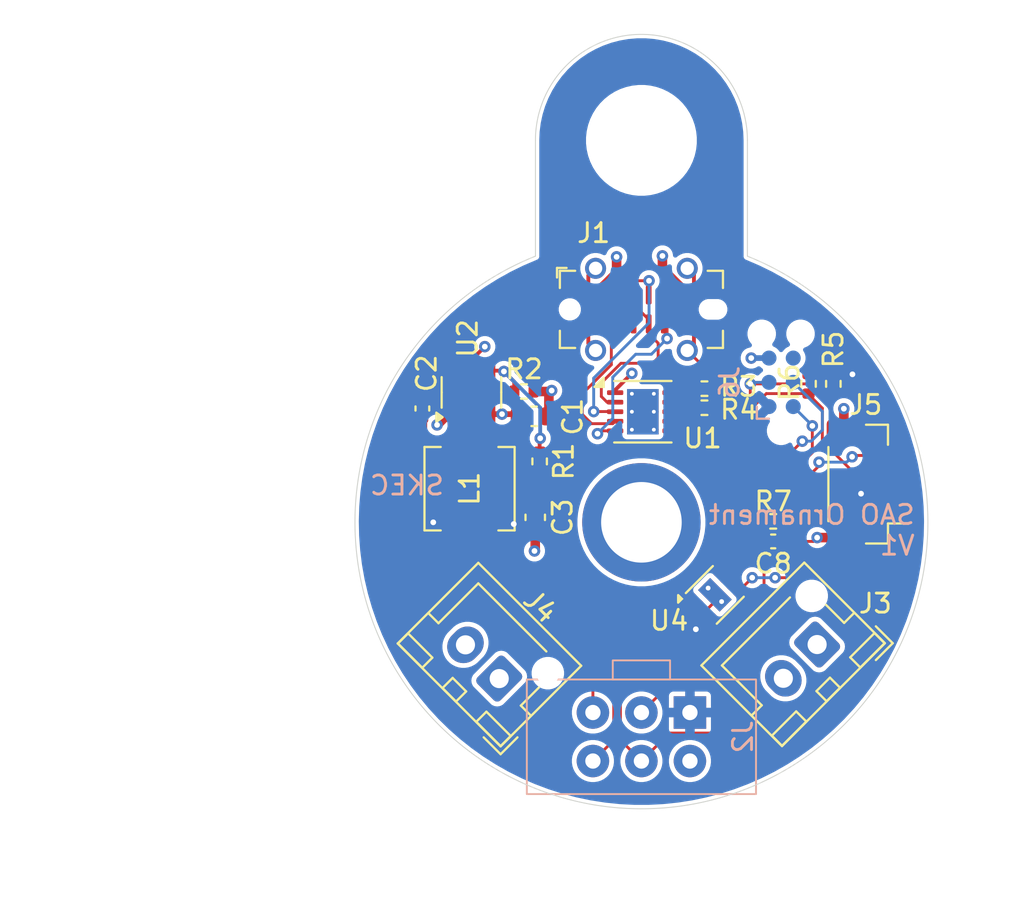
<source format=kicad_pcb>
(kicad_pcb (version 20241229) (generator "pcbnew") (generator_version "9.0")
  (layers (0 "F.Cu" signal) (4 "In1.Cu" signal) (6 "In2.Cu" signal) (2 "B.Cu" signal) (13 "F.Paste" user) (15 "B.Paste" user) (5 "F.SilkS" user "F.Silkscreen") (7 "B.SilkS" user "B.Silkscreen") (1 "F.Mask" user) (3 "B.Mask" user) (25 "Edge.Cuts" user))
  (net 0 "")
  (net 1 "GND")
  (net 2 "/D-")
  (net 3 "/D+")
  (net 4 "VBUS")
  (net 5 "/CC1")
  (net 8 "/CC2")
  (net 9 "Net-(U2-FB)")
  (net 11 "Net-(U1-VSET)")
  (net 12 "Net-(U1-ISET)")
  (net 13 "/SDA")
  (net 14 "/GPIO2")
  (net 15 "/GPIO1")
  (net 16 "+3V3")
  (net 17 "Net-(U2-SW)")
  (net 18 "Net-(U2-CB)")
  (net 20 "/~{NRST}{slash}SCL")
  (net 21 "/SWCLK")
  (net 22 "/SWDIO")
  (footprint "Capacitor_SMD:C_0402_1005Metric" (layer "F.Cu") (at 56.9 71 180)
    (property "Reference" "C8" (at 0 -1.16 0) (layer "F.SilkS"))
    (property "Value" "10n")
    (fp_line (start -0.107836 0.36) (end 0.107836 0.36) (stroke (width 0.12)) (layer "F.SilkS"))
    (fp_line (start -0.107836 -0.36) (end 0.107836 -0.36) (stroke (width 0.12)) (layer "F.SilkS"))
    (pad "1" smd roundrect (at -0.48 0 180) (size 0.56 0.62) (layers "F.Cu" "F.Mask" "F.Paste") (net 1 "GND"))
    (pad "2" smd roundrect (at 0.48 0 180) (size 0.56 0.62) (layers "F.Cu" "F.Mask" "F.Paste") (net 20 "/~{NRST}{slash}SCL"))
  )
  (footprint "Capacitor_SMD:C_0603_1608Metric" (layer "F.Cu") (at 44.38 64.45)
    (property "Reference" "C1" (at 2.02 0.02 90) (layer "F.SilkS"))
    (property "Value" "2.2u")
    (fp_line (start -0.14058 -0.51) (end 0.14058 -0.51) (stroke (width 0.12)) (layer "F.SilkS"))
    (fp_line (start -0.14058 0.51) (end 0.14058 0.51) (stroke (width 0.12)) (layer "F.SilkS"))
    (pad "1" smd roundrect (at -0.775 0) (size 0.9 0.95) (layers "F.Cu" "F.Mask" "F.Paste") (net 4 "VBUS"))
    (pad "2" smd roundrect (at 0.775 0) (size 0.9 0.95) (layers "F.Cu" "F.Mask" "F.Paste") (net 1 "GND"))
  )
  (footprint "Connector_JST:JST_XH_B2B-XH-AM_1x02_P2.50mm_Vertical" (layer "F.Cu") (at 42.554416 78.182843 135)
    (property "Reference" "J4" (at 1.157717 4.192031 135) (layer "F.SilkS"))
    (property "Value" "Conn_01x02")
    (fp_line (start 5.06 -2.46) (end -2.56 -2.46) (stroke (width 0.12)) (layer "F.SilkS"))
    (fp_line (start 5.05 -2.45) (end 3.25 -2.450001) (stroke (width 0.12)) (layer "F.SilkS"))
    (fp_line (start 5.05 -1.7) (end 5.05 -2.45) (stroke (width 0.12)) (layer "F.SilkS"))
    (fp_line (start 3.25 -2.450001) (end 3.250001 -1.7) (stroke (width 0.12)) (layer "F.SilkS"))
    (fp_line (start 5.05 -0.2) (end 4.3 -0.2) (stroke (width 0.12)) (layer "F.SilkS"))
    (fp_line (start 3.250001 -1.7) (end 5.05 -1.7) (stroke (width 0.12)) (layer "F.SilkS"))
    (fp_line (start 4.3 -0.2) (end 4.3 2.75) (stroke (width 0.12)) (layer "F.SilkS"))
    (fp_line (start 1.749999 -2.45) (end 0.75 -2.450001) (stroke (width 0.12)) (layer "F.SilkS"))
    (fp_line (start 1.749999 -1.7) (end 1.749999 -2.45) (stroke (width 0.12)) (layer "F.SilkS"))
    (fp_line (start 0.75 -2.450001) (end 0.750001 -1.7) (stroke (width 0.12)) (layer "F.SilkS"))
    (fp_line (start 0.750001 -1.7) (end 1.749999 -1.7) (stroke (width 0.12)) (layer "F.SilkS"))
    (fp_line (start -0.75 -2.450001) (end -2.55 -2.45) (stroke (width 0.12)) (layer "F.SilkS"))
    (fp_line (start 5.06 3.51) (end 5.06 -2.46) (stroke (width 0.12)) (layer "F.SilkS"))
    (fp_line (start 4.3 2.75) (end 1.25 2.75) (stroke (width 0.12)) (layer "F.SilkS"))
    (fp_line (start -1.6 -2.75) (end -2.85 -2.75) (stroke (width 0.12)) (layer "F.SilkS"))
    (fp_line (start -0.750001 -1.7) (end -0.75 -2.450001) (stroke (width 0.12)) (layer "F.SilkS"))
    (fp_line (start -2.55 -2.45) (end -2.55 -1.7) (stroke (width 0.12)) (layer "F.SilkS"))
    (fp_line (start -2.56 -2.46) (end -2.56 3.51) (stroke (width 0.12)) (layer "F.SilkS"))
    (fp_line (start -2.85 -2.75) (end -2.85 -1.5) (stroke (width 0.12)) (layer "F.SilkS"))
    (fp_line (start -2.55 -1.7) (end -0.750001 -1.7) (stroke (width 0.12)) (layer "F.SilkS"))
    (fp_line (start 1.25 2.75) (end -0.74 2.75) (stroke (width 0.12)) (layer "F.SilkS"))
    (fp_line (start -1.8 -0.2) (end -1.8 1.14) (stroke (width 0.12)) (layer "F.SilkS"))
    (fp_line (start -2.55 -0.2) (end -1.8 -0.2) (stroke (width 0.12)) (layer "F.SilkS"))
    (fp_line (start -2.56 3.51) (end 5.06 3.51) (stroke (width 0.12)) (layer "F.SilkS"))
    (pad "" np_thru_hole circle (at -1.6 2 135) (size 1.2 1.2) (drill 1.2) (layers "*.Cu" "*.Mask"))
    (pad "1" thru_hole roundrect (at 0 0 135) (size 1.7 2) (drill 1) (layers "*.Cu" "*.Mask") (roundrect_rratio 0.147059) (net 4 "VBUS"))
    (pad "2" thru_hole oval (at 2.5 0 135) (size 1.7 2) (drill 1) (layers "*.Cu" "*.Mask") (net 1 "GND"))
  )
  (footprint "Capacitor_SMD:C_0402_1005Metric" (layer "F.Cu") (at 38.53 64.04 -90)
    (property "Reference" "C2" (at -1.84 -0.22 270) (layer "F.SilkS"))
    (property "Value" "0.1u")
    (fp_line (start -0.107836 0.36) (end 0.107836 0.36) (stroke (width 0.12)) (layer "F.SilkS"))
    (fp_line (start -0.107836 -0.36) (end 0.107836 -0.36) (stroke (width 0.12)) (layer "F.SilkS"))
    (pad "1" smd roundrect (at -0.48 0 270) (size 0.56 0.62) (layers "F.Cu" "F.Mask" "F.Paste") (net 18 "Net-(U2-CB)"))
    (pad "2" smd roundrect (at 0.48 0 270) (size 0.56 0.62) (layers "F.Cu" "F.Mask" "F.Paste") (net 17 "Net-(U2-SW)"))
  )
  (footprint "Resistor_SMD:R_0402_1005Metric" (layer "F.Cu") (at 60.05 62.75 -90)
    (property "Reference" "R5" (at -1.8 0 270) (layer "F.SilkS"))
    (property "Value" "2.2k")
    (fp_line (start -0.153641 0.38) (end 0.153641 0.38) (stroke (width 0.12)) (layer "F.SilkS"))
    (fp_line (start -0.153641 -0.38) (end 0.153641 -0.38) (stroke (width 0.12)) (layer "F.SilkS"))
    (pad "1" smd roundrect (at -0.51 0 270) (size 0.54 0.64) (layers "F.Cu" "F.Mask" "F.Paste") (net 16 "+3V3"))
    (pad "2" smd roundrect (at 0.51 0 270) (size 0.54 0.64) (layers "F.Cu" "F.Mask" "F.Paste") (net 20 "/~{NRST}{slash}SCL"))
  )
  (footprint "Resistor_SMD:R_0402_1005Metric" (layer "F.Cu") (at 58.75 62.75 -90)
    (property "Reference" "R6" (at -0.08 1 90) (layer "F.SilkS"))
    (property "Value" "2.2k")
    (fp_line (start -0.153641 0.38) (end 0.153641 0.38) (stroke (width 0.12)) (layer "F.SilkS"))
    (fp_line (start -0.153641 -0.38) (end 0.153641 -0.38) (stroke (width 0.12)) (layer "F.SilkS"))
    (pad "1" smd roundrect (at -0.51 0 270) (size 0.54 0.64) (layers "F.Cu" "F.Mask" "F.Paste") (net 16 "+3V3"))
    (pad "2" smd roundrect (at 0.51 0 270) (size 0.54 0.64) (layers "F.Cu" "F.Mask" "F.Paste") (net 13 "/SDA"))
  )
  (footprint "Connector_JST:JST_XH_B2B-XH-AM_1x02_P2.50mm_Vertical" (layer "F.Cu") (at 59.2 76.4 -135)
    (property "Reference" "J3" (at -3.67764 -0.635711 0) (layer "F.SilkS"))
    (property "Value" "Conn_01x02")
    (fp_line (start 5.06 3.51) (end 5.06 -2.46) (stroke (width 0.12)) (layer "F.SilkS"))
    (fp_line (start 4.3 2.75) (end 1.25 2.75) (stroke (width 0.12)) (layer "F.SilkS"))
    (fp_line (start 5.05 -0.2) (end 4.3 -0.2) (stroke (width 0.12)) (layer "F.SilkS"))
    (fp_line (start 4.3 -0.2) (end 4.3 2.75) (stroke (width 0.12)) (layer "F.SilkS"))
    (fp_line (start 1.25 2.75) (end -0.74 2.75) (stroke (width 0.12)) (layer "F.SilkS"))
    (fp_line (start 5.05 -1.7) (end 5.05 -2.45) (stroke (width 0.12)) (layer "F.SilkS"))
    (fp_line (start 5.05 -2.45) (end 3.25 -2.450001) (stroke (width 0.12)) (layer "F.SilkS"))
    (fp_line (start 5.06 -2.46) (end -2.56 -2.46) (stroke (width 0.12)) (layer "F.SilkS"))
    (fp_line (start 3.250001 -1.7) (end 5.05 -1.7) (stroke (width 0.12)) (layer "F.SilkS"))
    (fp_line (start -2.56 3.51) (end 5.06 3.51) (stroke (width 0.12)) (layer "F.SilkS"))
    (fp_line (start 3.25 -2.450001) (end 3.250001 -1.7) (stroke (width 0.12)) (layer "F.SilkS"))
    (fp_line (start 1.749999 -1.7) (end 1.749999 -2.45) (stroke (width 0.12)) (layer "F.SilkS"))
    (fp_line (start 1.749999 -2.45) (end 0.75 -2.450001) (stroke (width 0.12)) (layer "F.SilkS"))
    (fp_line (start 0.750001 -1.7) (end 1.749999 -1.7) (stroke (width 0.12)) (layer "F.SilkS"))
    (fp_line (start 0.75 -2.450001) (end 0.750001 -1.7) (stroke (width 0.12)) (layer "F.SilkS"))
    (fp_line (start -1.8 -0.2) (end -1.8 1.14) (stroke (width 0.12)) (layer "F.SilkS"))
    (fp_line (start -0.750001 -1.7) (end -0.75 -2.450001) (stroke (width 0.12)) (layer "F.SilkS"))
    (fp_line (start -2.55 -0.2) (end -1.8 -0.2) (stroke (width 0.12)) (layer "F.SilkS"))
    (fp_line (start -0.75 -2.450001) (end -2.55 -2.45) (stroke (width 0.12)) (layer "F.SilkS"))
    (fp_line (start -2.55 -1.7) (end -0.750001 -1.7) (stroke (width 0.12)) (layer "F.SilkS"))
    (fp_line (start -1.6 -2.75) (end -2.85 -2.75) (stroke (width 0.12)) (layer "F.SilkS"))
    (fp_line (start -2.55 -2.45) (end -2.55 -1.7) (stroke (width 0.12)) (layer "F.SilkS"))
    (fp_line (start -2.56 -2.46) (end -2.56 3.51) (stroke (width 0.12)) (layer "F.SilkS"))
    (fp_line (start -2.85 -2.75) (end -2.85 -1.5) (stroke (width 0.12)) (layer "F.SilkS"))
    (pad "" np_thru_hole circle (at -1.6 2 225) (size 1.2 1.2) (drill 1.2) (layers "*.Cu" "*.Mask"))
    (pad "1" thru_hole roundrect (at 0 0 225) (size 1.7 2) (drill 1) (layers "*.Cu" "*.Mask") (roundrect_rratio 0.147059) (net 4 "VBUS"))
    (pad "2" thru_hole oval (at 2.5 0 225) (size 1.7 2) (drill 1) (layers "*.Cu" "*.Mask") (net 1 "GND"))
  )
  (footprint "MountingHole:MountingHole_5.3mm_M5" (layer "F.Cu") (at 50 50)
    (property "Reference" "H2" (hide yes))
    (property "Value" "M5")
    (pad "" np_thru_hole circle (at 0 0) (size 5.3 5.3) (drill 5.3) (layers "*.Cu" "*.Mask"))
  )
  (footprint "Resistor_SMD:R_0402_1005Metric" (layer "F.Cu") (at 43.85 63.15)
    (property "Reference" "R2" (at 0 -1.17 0) (layer "F.SilkS"))
    (property "Value" "10k")
    (fp_line (start -0.153641 -0.38) (end 0.153641 -0.38) (stroke (width 0.12)) (layer "F.SilkS"))
    (fp_line (start -0.153641 0.38) (end 0.153641 0.38) (stroke (width 0.12)) (layer "F.SilkS"))
    (pad "1" smd roundrect (at -0.51 0) (size 0.54 0.64) (layers "F.Cu" "F.Mask" "F.Paste") (net 9 "Net-(U2-FB)"))
    (pad "2" smd roundrect (at 0.51 0) (size 0.54 0.64) (layers "F.Cu" "F.Mask" "F.Paste") (net 1 "GND"))
  )
  (footprint "Connector_JST:JST_SH_BM04B-SRSS-TB_1x04-1MP_P1.00mm_Vertical" (layer "F.Cu") (at 61.8 68 90)
    (property "Reference" "J5" (at 4.15 -0.05 180) (layer "F.SilkS"))
    (property "Value" "Conn_QWIIC_Vertical")
    (fp_line (start -1.94 -2.01) (end 1.94 -2.01) (stroke (width 0.12)) (layer "F.SilkS"))
    (fp_line (start 3.11 -0.04) (end 3.11 1.11) (stroke (width 0.12)) (layer "F.SilkS"))
    (fp_line (start -3.11 -0.04) (end -3.11 1.11) (stroke (width 0.12)) (layer "F.SilkS"))
    (fp_line (start 3.11 1.11) (end 2.06 1.11) (stroke (width 0.12)) (layer "F.SilkS"))
    (fp_line (start -2.06 1.11) (end -2.06 2.1) (stroke (width 0.12)) (layer "F.SilkS"))
    (fp_line (start -3.11 1.11) (end -2.06 1.11) (stroke (width 0.12)) (layer "F.SilkS"))
    (pad "1" smd roundrect (at -1.5 1.325 90) (size 0.6 1.55) (layers "F.Cu" "F.Mask" "F.Paste") (net 1 "GND"))
    (pad "2" smd roundrect (at -0.5 1.325 90) (size 0.6 1.55) (layers "F.Cu" "F.Mask" "F.Paste") (net 16 "+3V3"))
    (pad "3" smd roundrect (at 0.5 1.325 90) (size 0.6 1.55) (layers "F.Cu" "F.Mask" "F.Paste") (net 13 "/SDA"))
    (pad "4" smd roundrect (at 1.5 1.325 90) (size 0.6 1.55) (layers "F.Cu" "F.Mask" "F.Paste") (net 20 "/~{NRST}{slash}SCL"))
    (pad "MP" smd roundrect (at -2.8 -1.2 90) (size 1.2 1.8) (layers "F.Cu" "F.Mask" "F.Paste") (roundrect_rratio 0.208333) (net 1 "GND"))
    (pad "MP" smd roundrect (at 2.8 -1.2 90) (size 1.2 1.8) (layers "F.Cu" "F.Mask" "F.Paste") (roundrect_rratio 0.208333) (net 1 "GND"))
  )
  (footprint "Package_TO_SOT_SMD:SOT-23-6" (layer "F.Cu") (at 41.1 63.1975 90)
    (property "Reference" "U2" (at 2.8275 -0.2 90) (layer "F.SilkS"))
    (property "Value" "LMR51430")
    (fp_line (start 0 -1.56) (end 0.8 -1.56) (stroke (width 0.12)) (layer "F.SilkS"))
    (fp_line (start 0 -1.56) (end -0.8 -1.56) (stroke (width 0.12)) (layer "F.SilkS"))
    (fp_line (start 0 1.56) (end 0.8 1.56) (stroke (width 0.12)) (layer "F.SilkS"))
    (fp_line (start 0 1.56) (end -0.8 1.56) (stroke (width 0.12)) (layer "F.SilkS"))
    (fp_poly (pts (xy -1.3 -1.51) (xy -1.54 -1.84) (xy -1.06 -1.84)) (stroke (width 0.12)) (fill yes) (layer "F.SilkS"))
    (pad "1" smd roundrect (at -1.1375 -0.95 90) (size 1.325 0.6) (layers "F.Cu" "F.Mask" "F.Paste") (net 1 "GND"))
    (pad "2" smd roundrect (at -1.1375 0 90) (size 1.325 0.6) (layers "F.Cu" "F.Mask" "F.Paste") (net 17 "Net-(U2-SW)"))
    (pad "3" smd roundrect (at -1.1375 0.95 90) (size 1.325 0.6) (layers "F.Cu" "F.Mask" "F.Paste") (net 4 "VBUS"))
    (pad "4" smd roundrect (at 1.1375 0.95 90) (size 1.325 0.6) (layers "F.Cu" "F.Mask" "F.Paste") (net 9 "Net-(U2-FB)"))
    (pad "5" smd roundrect (at 1.1375 0 90) (size 1.325 0.6) (layers "F.Cu" "F.Mask" "F.Paste") (net 4 "VBUS"))
    (pad "6" smd roundrect (at 1.1375 -0.95 90) (size 1.325 0.6) (layers "F.Cu" "F.Mask" "F.Paste") (net 18 "Net-(U2-CB)"))
  )
  (footprint "SKEC_Footprints:Nut_M3_Sinhoo_SMTSO30xxyyy" (layer "F.Cu") (at 50 70)
    (property "Reference" "H1" (hide yes))
    (property "Value" "M3")
    (pad "1" thru_hole circle (at 0 0) (size 6.2 6.2) (drill 4.22) (layers "*.Cu" "*.Mask"))
  )
  (footprint "Resistor_SMD:R_0402_1005Metric" (layer "F.Cu") (at 53.3 64)
    (property "Reference" "R4" (at 1.8 0.1 0) (layer "F.SilkS"))
    (property "Value" "R_Small")
    (fp_line (start -0.153641 -0.38) (end 0.153641 -0.38) (stroke (width 0.12)) (layer "F.SilkS"))
    (fp_line (start -0.153641 0.38) (end 0.153641 0.38) (stroke (width 0.12)) (layer "F.SilkS"))
    (pad "1" smd roundrect (at -0.51 0) (size 0.54 0.64) (layers "F.Cu" "F.Mask" "F.Paste") (net 11 "Net-(U1-VSET)"))
    (pad "2" smd roundrect (at 0.51 0) (size 0.54 0.64) (layers "F.Cu" "F.Mask" "F.Paste") (net 1 "GND"))
  )
  (footprint "Package_DFN_QFN:DFN-10-1EP_3x3mm_P0.5mm_EP1.65x2.38mm_ThermalVias" (layer "F.Cu") (at 50.075 64.21)
    (property "Reference" "U1" (at 3.125 1.39 0) (layer "F.SilkS"))
    (property "Value" "HUSB238")
    (fp_line (start -1.5 -1.61) (end 1.5 -1.61) (stroke (width 0.12)) (layer "F.SilkS"))
    (fp_line (start -1.5 1.61) (end 1.5 1.61) (stroke (width 0.12)) (layer "F.SilkS"))
    (fp_poly (pts (xy -2.05 -1.3) (xy -2.53 -1.3) (xy -2.05 -1.78)) (stroke (width 0.12)) (fill yes) (layer "F.SilkS"))
    (pad "1" smd roundrect (at -1.45 -1) (size 0.85 0.25) (layers "F.Cu" "F.Mask" "F.Paste") (net 4 "VBUS"))
    (pad "2" smd roundrect (at -1.45 -0.5) (size 0.85 0.25) (layers "F.Cu" "F.Mask" "F.Paste") (net 3 "/D+"))
    (pad "3" smd roundrect (at -1.45 0) (size 0.85 0.25) (layers "F.Cu" "F.Mask" "F.Paste") (net 2 "/D-"))
    (pad "4" smd roundrect (at -1.45 0.5) (size 0.85 0.25) (layers "F.Cu" "F.Mask" "F.Paste") (net 5 "/CC1"))
    (pad "5" smd roundrect (at -1.45 1) (size 0.85 0.25) (layers "F.Cu" "F.Mask" "F.Paste") (net 8 "/CC2"))
    (pad "6" smd roundrect (at 1.45 1) (size 0.85 0.25) (layers "F.Cu" "F.Mask" "F.Paste") (net 13 "/SDA"))
    (pad "7" smd roundrect (at 1.45 0.5) (size 0.85 0.25) (layers "F.Cu" "F.Mask" "F.Paste") (net 20 "/~{NRST}{slash}SCL"))
    (pad "8" smd roundrect (at 1.45 0) (size 0.85 0.25) (layers "F.Cu" "F.Mask" "F.Paste") (net 11 "Net-(U1-VSET)"))
    (pad "9" smd roundrect (at 1.45 -0.5) (size 0.85 0.25) (layers "F.Cu" "F.Mask" "F.Paste") (net 12 "Net-(U1-ISET)"))
    (pad "10" smd roundrect (at 1.45 -1) (size 0.85 0.25) (layers "F.Cu" "F.Mask" "F.Paste"))
    (pad "11" thru_hole circle (at -0.575 -0.94) (size 0.5 0.5) (drill 0.2) (property pad_prop_heatsink) (layers "*.Cu") (net 1 "GND"))
    (pad "11" thru_hole circle (at -0.575 0) (size 0.5 0.5) (drill 0.2) (property pad_prop_heatsink) (layers "*.Cu") (net 1 "GND"))
    (pad "11" thru_hole circle (at -0.575 0.94) (size 0.5 0.5) (drill 0.2) (property pad_prop_heatsink) (layers "*.Cu") (net 1 "GND"))
    (pad "11" smd rect (at 0 0) (size 1.65 2.38) (property pad_prop_heatsink) (layers "F.Cu" "F.Mask") (net 1 "GND"))
    (pad "11" smd rect (at 0 0) (size 1.65 2.38) (property pad_prop_heatsink) (layers "B.Cu") (net 1 "GND"))
    (pad "11" thru_hole circle (at 0.575 -0.94) (size 0.5 0.5) (drill 0.2) (property pad_prop_heatsink) (layers "*.Cu") (net 1 "GND"))
    (pad "11" thru_hole circle (at 0.575 0) (size 0.5 0.5) (drill 0.2) (property pad_prop_heatsink) (layers "*.Cu") (net 1 "GND"))
    (pad "11" thru_hole circle (at 0.575 0.94) (size 0.5 0.5) (drill 0.2) (property pad_prop_heatsink) (layers "*.Cu") (net 1 "GND"))
  )
  (footprint "Resistor_SMD:R_0402_1005Metric" (layer "F.Cu") (at 56.9 69.95 180)
    (property "Reference" "R7" (at 0 1.05 0) (layer "F.SilkS"))
    (property "Value" "45.3k")
    (fp_line (start -0.153641 0.38) (end 0.153641 0.38) (stroke (width 0.12)) (layer "F.SilkS"))
    (fp_line (start -0.153641 -0.38) (end 0.153641 -0.38) (stroke (width 0.12)) (layer "F.SilkS"))
    (pad "1" smd roundrect (at -0.51 0 180) (size 0.54 0.64) (layers "F.Cu" "F.Mask" "F.Paste") (net 16 "+3V3"))
    (pad "2" smd roundrect (at 0.51 0 180) (size 0.54 0.64) (layers "F.Cu" "F.Mask" "F.Paste") (net 20 "/~{NRST}{slash}SCL"))
  )
  (footprint "Inductor_SMD:L_Changjiang_FXL0420" (layer "F.Cu") (at 41 68.24 -90)
    (property "Reference" "L1" (at 0 0 90) (layer "F.SilkS"))
    (property "Value" "2.2u")
    (fp_line (start -2.185 2.36) (end 2.185 2.36) (stroke (width 0.12)) (layer "F.SilkS"))
    (fp_line (start -2.185 2.36) (end -2.185 1.51) (stroke (width 0.12)) (layer "F.SilkS"))
    (fp_line (start 2.185 2.36) (end 2.185 1.51) (stroke (width 0.12)) (layer "F.SilkS"))
    (fp_line (start -2.185 -2.36) (end -2.185 -1.51) (stroke (width 0.12)) (layer "F.SilkS"))
    (fp_line (start -2.185 -2.36) (end 2.185 -2.36) (stroke (width 0.12)) (layer "F.SilkS"))
    (fp_line (start 2.185 -2.36) (end 2.185 -1.51) (stroke (width 0.12)) (layer "F.SilkS"))
    (pad "1" smd roundrect (at -1.85 0 270) (size 1.5 2.5) (layers "F.Cu" "F.Mask" "F.Paste") (roundrect_rratio 0.166667) (net 17 "Net-(U2-SW)"))
    (pad "2" smd roundrect (at 1.85 0 270) (size 1.5 2.5) (layers "F.Cu" "F.Mask" "F.Paste") (roundrect_rratio 0.166667) (net 16 "+3V3"))
  )
  (footprint "Connector_USB:USB_C_Receptacle_G-Switch_GT-USB-7051x" (layer "F.Cu") (at 50 58.85)
    (property "Reference" "J1" (at -2.5 -4 0) (layer "F.SilkS"))
    (property "Value" "USB_C_Receptacle_USB2.0_16P")
    (fp_line (start -4.42 -2.17) (end -4.42 -1.67) (stroke (width 0.12)) (layer "F.SilkS"))
    (fp_line (start -4.42 -2.17) (end -3.92 -2.17) (stroke (width 0.12)) (layer "F.SilkS"))
    (fp_line (start -4.27 -2.02) (end -4.27 -1.12) (stroke (width 0.12)) (layer "F.SilkS"))
    (fp_line (start -4.27 -2.02) (end -3.47 -2.02) (stroke (width 0.12)) (layer "F.SilkS"))
    (fp_line (start -4.27 2.02) (end -4.27 1.12) (stroke (width 0.12)) (layer "F.SilkS"))
    (fp_line (start -4.27 2.02) (end -3.47 2.02) (stroke (width 0.12)) (layer "F.SilkS"))
    (fp_line (start 4.27 -2.02) (end 3.47 -2.02) (stroke (width 0.12)) (layer "F.SilkS"))
    (fp_line (start 4.27 -2.02) (end 4.27 -1.12) (stroke (width 0.12)) (layer "F.SilkS"))
    (fp_line (start 4.27 2.02) (end 3.47 2.02) (stroke (width 0.12)) (layer "F.SilkS"))
    (fp_line (start 4.27 2.02) (end 4.27 1.12) (stroke (width 0.12)) (layer "F.SilkS"))
    (pad "" np_thru_hole circle (at -3.75 0) (size 0.66 0.66) (drill 0.66) (layers "F&B.Cu" "*.Mask"))
    (pad "" np_thru_hole oval (at 3.75 0) (size 1 0.58) (drill oval 1 0.58) (layers "F&B.Cu" "*.Mask"))
    (pad "A1" smd roundrect (at -2.78 -0.76) (size 0.3 1) (layers "F.Cu" "F.Mask" "F.Paste") (net 1 "GND"))
    (pad "A4" smd roundrect (at -1.99 -0.76) (size 0.3 1) (layers "F.Cu" "F.Mask" "F.Paste") (net 4 "VBUS"))
    (pad "A5" smd roundrect (at -1.2 -0.76) (size 0.3 1) (layers "F.Cu" "F.Mask" "F.Paste") (net 5 "/CC1"))
    (pad "A6" smd roundrect (at -0.41 -0.76) (size 0.3 1) (layers "F.Cu" "F.Mask" "F.Paste") (net 3 "/D+"))
    (pad "A7" smd roundrect (at 0.38 -0.76) (size 0.3 1) (layers "F.Cu" "F.Mask" "F.Paste") (net 2 "/D-"))
    (pad "A8" smd roundrect (at 1.17 -0.76) (size 0.3 1) (layers "F.Cu" "F.Mask" "F.Paste"))
    (pad "A9" smd roundrect (at 1.96 -0.76) (size 0.3 1) (layers "F.Cu" "F.Mask" "F.Paste") (net 4 "VBUS"))
    (pad "A12" smd roundrect (at 2.75 -0.76) (size 0.3 1) (layers "F.Cu" "F.Mask" "F.Paste") (net 1 "GND"))
    (pad "B1" smd roundrect (at 2.75 0.76) (size 0.3 1) (layers "F.Cu" "F.Mask" "F.Paste") (net 1 "GND"))
    (pad "B4" smd roundrect (at 1.96 0.76) (size 0.3 1) (layers "F.Cu" "F.Mask" "F.Paste") (net 4 "VBUS"))
    (pad "B5" smd roundrect (at 1.17 0.76) (size 0.3 1) (layers "F.Cu" "F.Mask" "F.Paste") (net 8 "/CC2"))
    (pad "B6" smd roundrect (at 0.38 0.76) (size 0.3 1) (layers "F.Cu" "F.Mask" "F.Paste") (net 3 "/D+"))
    (pad "B7" smd roundrect (at -0.41 0.76) (size 0.3 1) (layers "F.Cu" "F.Mask" "F.Paste") (net 2 "/D-"))
    (pad "B8" smd roundrect (at -1.2 0.76) (size 0.3 1) (layers "F.Cu" "F.Mask" "F.Paste"))
    (pad "B9" smd roundrect (at -1.99 0.76) (size 0.3 1) (layers "F.Cu" "F.Mask" "F.Paste") (net 4 "VBUS"))
    (pad "B12" smd roundrect (at -2.78 0.76) (size 0.3 1) (layers "F.Cu" "F.Mask" "F.Paste") (net 1 "GND"))
    (pad "S1" thru_hole circle (at -2.4 -2.15) (size 1.1 1.1) (drill 0.7) (property pad_prop_heatsink) (layers "*.Cu" "*.Mask" "F.Paste") (net 1 "GND"))
    (pad "S1" thru_hole circle (at -2.4 2.15) (size 1.1 1.1) (drill 0.7) (property pad_prop_heatsink) (layers "*.Cu" "*.Mask" "F.Paste") (net 1 "GND"))
    (pad "S1" thru_hole circle (at 2.4 -2.15) (size 1.1 1.1) (drill 0.7) (property pad_prop_heatsink) (layers "*.Cu" "*.Mask" "F.Paste") (net 1 "GND"))
    (pad "S1" thru_hole circle (at 2.4 2.15) (size 1.1 1.1) (drill 0.7) (property pad_prop_heatsink) (layers "*.Cu" "*.Mask" "F.Paste") (net 1 "GND"))
  )
  (footprint "Package_SON:WSON-8-1EP_2x2mm_P0.5mm_EP0.9x1.6mm_ThermalVias" (layer "F.Cu") (at 53.846447 73.796447 45)
    (property "Reference" "U4" (at -2.65165 -0.737437 0) (layer "F.SilkS"))
    (property "Value" "MSPM0C110xSDSG")
    (fp_line (start -1.01 -1.14) (end 0.99 -1.14) (stroke (width 0.12)) (layer "F.SilkS"))
    (fp_line (start -1 1.14) (end 1 1.14) (stroke (width 0.12)) (layer "F.SilkS"))
    (fp_poly (pts (xy -1.37 -1.07) (xy -1.65 -1.07) (xy -1.37 -1.35) (xy -1.37 -1.07)) (stroke (width 0.12)) (fill yes) (layer "F.SilkS"))
    (pad "1" smd roundrect (at -0.95 -0.750001 45) (size 0.5 0.25) (layers "F.Cu" "F.Mask" "F.Paste") (net 14 "/GPIO2"))
    (pad "2" smd roundrect (at -0.95 -0.25 45) (size 0.5 0.25) (layers "F.Cu" "F.Mask" "F.Paste") (net 20 "/~{NRST}{slash}SCL"))
    (pad "3" smd roundrect (at -0.95 0.25 45) (size 0.5 0.25) (layers "F.Cu" "F.Mask" "F.Paste") (net 1 "GND"))
    (pad "4" smd roundrect (at -0.95 0.750001 45) (size 0.5 0.25) (layers "F.Cu" "F.Mask" "F.Paste") (net 16 "+3V3"))
    (pad "5" smd roundrect (at 0.95 0.750001 45) (size 0.5 0.25) (layers "F.Cu" "F.Mask" "F.Paste") (net 13 "/SDA"))
    (pad "6" smd roundrect (at 0.95 0.25 45) (size 0.5 0.25) (layers "F.Cu" "F.Mask" "F.Paste") (net 22 "/SWDIO"))
    (pad "7" smd roundrect (at 0.95 -0.25 45) (size 0.5 0.25) (layers "F.Cu" "F.Mask" "F.Paste") (net 21 "/SWCLK"))
    (pad "8" smd roundrect (at 0.95 -0.750001 45) (size 0.5 0.25) (layers "F.Cu" "F.Mask" "F.Paste") (net 15 "/GPIO1"))
    (pad "9" thru_hole circle (at 0 -0.499999 45) (size 0.6 0.6) (drill 0.25) (property pad_prop_heatsink) (layers "*.Cu") (net 1 "GND"))
    (pad "9" smd rect (at 0 0 45) (size 0.9 1.6) (layers "F.Cu" "F.Mask") (net 1 "GND"))
    (pad "9" smd rect (at 0 0 45) (size 0.9 1.6) (layers "B.Cu") (net 1 "GND"))
    (pad "9" thru_hole circle (at 0 0.499999 45) (size 0.6 0.6) (drill 0.25) (property pad_prop_heatsink) (layers "*.Cu") (net 1 "GND"))
  )
  (footprint "Capacitor_SMD:C_0603_1608Metric" (layer "F.Cu") (at 44.44 69.74 -90)
    (property "Reference" "C3" (at 0 -1.43 90) (layer "F.SilkS"))
    (property "Value" "22u")
    (fp_line (start -0.14058 0.51) (end 0.14058 0.51) (stroke (width 0.12)) (layer "F.SilkS"))
    (fp_line (start -0.14058 -0.51) (end 0.14058 -0.51) (stroke (width 0.12)) (layer "F.SilkS"))
    (pad "1" smd roundrect (at -0.775 0 270) (size 0.9 0.95) (layers "F.Cu" "F.Mask" "F.Paste") (net 16 "+3V3"))
    (pad "2" smd roundrect (at 0.775 0 270) (size 0.9 0.95) (layers "F.Cu" "F.Mask" "F.Paste") (net 1 "GND"))
  )
  (footprint "Resistor_SMD:R_0402_1005Metric" (layer "F.Cu") (at 44.67 66.81 90)
    (property "Reference" "R1" (at 0 1.26 90) (layer "F.SilkS"))
    (property "Value" "45.3k")
    (fp_line (start -0.153641 -0.38) (end 0.153641 -0.38) (stroke (width 0.12)) (layer "F.SilkS"))
    (fp_line (start -0.153641 0.38) (end 0.153641 0.38) (stroke (width 0.12)) (layer "F.SilkS"))
    (pad "1" smd roundrect (at -0.51 0 90) (size 0.54 0.64) (layers "F.Cu" "F.Mask" "F.Paste") (net 16 "+3V3"))
    (pad "2" smd roundrect (at 0.51 0 90) (size 0.54 0.64) (layers "F.Cu" "F.Mask" "F.Paste") (net 9 "Net-(U2-FB)"))
  )
  (footprint "Resistor_SMD:R_0402_1005Metric" (layer "F.Cu") (at 53.3 63)
    (property "Reference" "R3" (at 1.8 -0.1 0) (layer "F.SilkS"))
    (property "Value" "R_Small")
    (fp_line (start -0.153641 -0.38) (end 0.153641 -0.38) (stroke (width 0.12)) (layer "F.SilkS"))
    (fp_line (start -0.153641 0.38) (end 0.153641 0.38) (stroke (width 0.12)) (layer "F.SilkS"))
    (pad "1" smd roundrect (at -0.51 0) (size 0.54 0.64) (layers "F.Cu" "F.Mask" "F.Paste") (net 12 "Net-(U1-ISET)"))
    (pad "2" smd roundrect (at 0.51 0) (size 0.54 0.64) (layers "F.Cu" "F.Mask" "F.Paste") (net 1 "GND"))
  )
  (footprint "Connector:Tag-Connect_TC2030-IDC-NL_2x03_P1.27mm_Vertical" (layer "B.Cu") (at 57.315 62.67 90)
    (property "Reference" "J6" (at 0 -2.7 90) (layer "B.SilkS") (effects (justify mirror)))
    (property "Value" "Conn_ARM_SWD_TagConnect_TC2030-NL")
    (fp_line (start -1.27 -1.27) (end -1.905 -1.27) (stroke (width 0.12)) (layer "B.SilkS"))
    (fp_line (start -1.905 -1.27) (end -1.905 -0.635) (stroke (width 0.12)) (layer "B.SilkS"))
    (pad "" np_thru_hole circle (at -2.54 0 90) (size 0.9906 0.9906) (drill 0.9906) (layers "*.Cu" "*.Mask"))
    (pad "" np_thru_hole circle (at 2.54 -1.016 90) (size 0.9906 0.9906) (drill 0.9906) (layers "*.Cu" "*.Mask"))
    (pad "" np_thru_hole circle (at 2.54 1.016 90) (size 0.9906 0.9906) (drill 0.9906) (layers "*.Cu" "*.Mask"))
    (pad "1" connect circle (at -1.27 -0.635 90) (size 0.7874 0.7874) (layers "B.Cu" "B.Mask") (net 16 "+3V3"))
    (pad "2" connect circle (at -1.27 0.635 90) (size 0.7874 0.7874) (layers "B.Cu" "B.Mask") (net 22 "/SWDIO"))
    (pad "3" connect circle (at 0 -0.635 90) (size 0.7874 0.7874) (layers "B.Cu" "B.Mask") (net 20 "/~{NRST}{slash}SCL"))
    (pad "4" connect circle (at 0 0.635 90) (size 0.7874 0.7874) (layers "B.Cu" "B.Mask") (net 21 "/SWCLK"))
    (pad "5" connect circle (at 1.27 -0.635 90) (size 0.7874 0.7874) (layers "B.Cu" "B.Mask") (net 1 "GND"))
    (pad "6" connect circle (at 1.27 0.635 90) (size 0.7874 0.7874) (layers "B.Cu" "B.Mask"))
    (zone (net 0) (net_name "") (layer "B.Cu") (connect_pads (clearance 0)) (min_thickness 0.254)
      (keepout (tracks allowed) (vias not_allowed) (pads allowed) (copperpour not_allowed) (footprints not_allowed))
      (fill (thermal_gap 0.508) (thermal_bridge_width 0.508))
      (polygon (pts (xy 57.95 61.4) (xy 57.95 63.94) (xy 56.68 63.94) (xy 56.68 61.4)))
    )
  )
  (footprint "SKEC_Footprints:SAO_Connector_Badge" (layer "B.Cu") (at 50 81.23 90)
    (property "Reference" "J2" (at 0 5.31 270) (layer "B.SilkS") (effects (justify mirror)))
    (property "Value" "Conn_02x03_Odd_Even")
    (fp_rect (start 3 1.5) (end 4 -1.5) (stroke (width 0.1)) (fill no) (layer "B.SilkS"))
    (fp_rect (start -3 6) (end 3 -6) (stroke (width 0.1)) (fill no) (layer "B.SilkS"))
    (pad "1" thru_hole rect (at 1.27 2.54 90) (size 1.7 1.7) (drill 0.8) (layers "*.Cu" "*.Mask") (net 16 "+3V3"))
    (pad "2" thru_hole circle (at -1.27 2.54 90) (size 1.7 1.7) (drill 0.8) (layers "*.Cu" "*.Mask") (net 1 "GND"))
    (pad "3" thru_hole circle (at 1.27 0 90) (size 1.7 1.7) (drill 0.8) (layers "*.Cu" "*.Mask") (net 13 "/SDA"))
    (pad "4" thru_hole circle (at -1.27 0 90) (size 1.7 1.7) (drill 0.8) (layers "*.Cu" "*.Mask") (net 20 "/~{NRST}{slash}SCL"))
    (pad "5" thru_hole circle (at 1.27 -2.54 90) (size 1.7 1.7) (drill 0.8) (layers "*.Cu" "*.Mask") (net 15 "/GPIO1"))
    (pad "6" thru_hole circle (at -1.27 -2.54 90) (size 1.7 1.7) (drill 0.8) (layers "*.Cu" "*.Mask") (net 14 "/GPIO2"))
  )
  (gr_arc (start 44.45 50) (mid 50 44.45) (end 55.55 50) (stroke (width 0.05)) (layer "Edge.Cuts"))
  (gr_line (start 44.45 50) (end 44.45 56.064526) (stroke (width 0.05)) (layer "Edge.Cuts"))
  (gr_line (start 55.55 50) (end 55.55 56.064525) (stroke (width 0.05)) (layer "Edge.Cuts"))
  (gr_arc (start 55.55 56.064525) (mid 50 84.999999) (end 44.45 56.064525) (stroke (width 0.05)) (layer "Edge.Cuts"))
  (gr_text "SKEC" (at 39.75 68.65 0) (layer "B.SilkS") (effects (font (size 1 1)) (justify left bottom mirror)))
  (gr_text "SAO Ornament\nV1" (at 64.4 71.8 0) (layer "B.SilkS") (effects (font (size 1 1)) (justify left bottom mirror)))
  (segment (start 40.15 64.335) (end 39.865 64.335) (width 0.5) (layer "F.Cu") (net 1))
  (segment (start 47.22 57.08) (end 47.6 56.7) (width 0.2) (layer "F.Cu") (net 1))
  (segment (start 47.22 60.62) (end 47.6 61) (width 0.2) (layer "F.Cu") (net 1))
  (segment (start 45.25 63.15) (end 45.3 63.1) (width 0.5) (layer "F.Cu") (net 1))
  (segment (start 63.125 69.5) (end 61.9 69.5) (width 0.5) (layer "F.Cu") (net 1))
  (segment (start 44.44 71.46) (end 44.4 71.5) (width 0.5) (layer "F.Cu") (net 1))
  (segment (start 57.38 71) (end 59 71) (width 0.15) (layer "F.Cu") (net 1))
  (segment (start 59 71) (end 59.2 70.8) (width 0.15) (layer "F.Cu") (net 1))
  (segment (start 52.75 58.09) (end 52.75 57.05) (width 0.2) (layer "F.Cu") (net 1))
  (segment (start 53.81 62.41) (end 52.4 61) (width 0.15) (layer "F.Cu") (net 1))
  (segment (start 61.9 69.5) (end 60.6 70.8) (width 0.5) (layer "F.Cu") (net 1))
  (segment (start 53.81 63) (end 53.81 62.41) (width 0.15) (layer "F.Cu") (net 1))
  (segment (start 47.22 58.09) (end 47.22 57.08) (width 0.2) (layer "F.Cu") (net 1))
  (segment (start 53.846447 74.15) (end 54.2 74.15) (width 0.15) (layer "F.Cu") (net 1))
  (segment (start 53.81 64) (end 53.81 63) (width 0.15) (layer "F.Cu") (net 1))
  (segment (start 53.351472 74.644975) (end 53.846447 74.15) (width 0.15) (layer "F.Cu") (net 1))
  (segment (start 47.22 59.61) (end 47.22 60.62) (width 0.2) (layer "F.Cu") (net 1))
  (segment (start 39.865 64.335) (end 39.3 64.9) (width 0.5) (layer "F.Cu") (net 1))
  (segment (start 44.36 63.15) (end 45.25 63.15) (width 0.5) (layer "F.Cu") (net 1))
  (segment (start 52.75 59.61) (end 52.75 60.65) (width 0.2) (layer "F.Cu") (net 1))
  (segment (start 60.6 65.2) (end 60.6 64.05) (width 0.5) (layer "F.Cu") (net 1))
  (segment (start 45.155 63.245) (end 45.3 63.1) (width 0.5) (layer "F.Cu") (net 1))
  (segment (start 60.6 70.8) (end 59.2 70.8) (width 0.5) (layer "F.Cu") (net 1))
  (segment (start 52.75 57.05) (end 52.4 56.7) (width 0.2) (layer "F.Cu") (net 1))
  (segment (start 45.155 64.45) (end 45.155 63.245) (width 0.5) (layer "F.Cu") (net 1))
  (segment (start 44.44 70.515) (end 44.44 71.46) (width 0.5) (layer "F.Cu") (net 1))
  (segment (start 52.75 60.65) (end 52.4 61) (width 0.2) (layer "F.Cu") (net 1))
  (via (at 60.6 64.05) (size 0.6) (drill 0.3) (layers "F.Cu" "B.Cu") (net 1))
  (via (at 55.75 61.4) (size 0.6) (drill 0.3) (layers "F.Cu" "B.Cu") (net 1))
  (via (at 44.4 71.5) (size 0.6) (drill 0.3) (layers "F.Cu" "B.Cu") (net 1))
  (via (at 45.3 63.1) (size 0.6) (drill 0.3) (layers "F.Cu" "B.Cu") (net 1))
  (via (at 59.2 70.8) (size 0.6) (drill 0.3) (layers "F.Cu" "B.Cu") (net 1))
  (via (at 39.3 64.9) (size 0.6) (drill 0.3) (layers "F.Cu" "B.Cu") (net 1))
  (segment (start 56.68 61.4) (end 55.75 61.4) (width 0.3) (layer "B.Cu") (net 1))
  (segment (start 49.59 59.61) (end 49.214 59.234) (width 0.15) (layer "F.Cu") (net 2))
  (segment (start 49.214 59.234) (end 49.214 57.538242) (width 0.15) (layer "F.Cu") (net 2))
  (segment (start 48.615 64.2) (end 48.625 64.21) (width 0.15) (layer "F.Cu") (net 2))
  (segment (start 49.6 59.62) (end 49.59 59.61) (width 0.15) (layer "F.Cu") (net 2))
  (segment (start 50.38 58.09) (end 50.38 57.369098) (width 0.15) (layer "F.Cu") (net 2))
  (segment (start 49.214 57.538242) (end 49.402242 57.35) (width 0.15) (layer "F.Cu") (net 2))
  (segment (start 49.402242 57.35) (end 50.399098 57.35) (width 0.15) (layer "F.Cu") (net 2))
  (segment (start 50.38 57.369098) (end 50.399098 57.35) (width 0.15) (layer "F.Cu") (net 2))
  (segment (start 47.5 64.2) (end 48.615 64.2) (width 0.15) (layer "F.Cu") (net 2))
  (via (at 50.399098 57.35) (size 0.6) (drill 0.3) (layers "F.Cu" "B.Cu") (net 2))
  (via (at 47.5 64.2) (size 0.6) (drill 0.3) (layers "F.Cu" "B.Cu") (net 2))
  (segment (start 50.399098 57.35) (end 50.399098 59.550902) (width 0.15) (layer "B.Cu") (net 2))
  (segment (start 50.399098 59.550902) (end 49.6 60.35) (width 0.15) (layer "B.Cu") (net 2))
  (segment (start 49.6 60.35) (end 47.5 62.45) (width 0.15) (layer "B.Cu") (net 2))
  (segment (start 47.5 62.45) (end 47.5 64.2) (width 0.15) (layer "B.Cu") (net 2))
  (segment (start 49.59 58.09) (end 49.59 58.589999) (width 0.15) (layer "F.Cu") (net 3))
  (segment (start 48.200001 63.71) (end 48.625 63.71) (width 0.15) (layer "F.Cu") (net 3))
  (segment (start 50.38 59.379999) (end 50.38 59.61) (width 0.15) (layer "F.Cu") (net 3))
  (segment (start 50.38 60.12252) (end 50.876 60.61852) (width 0.15) (layer "F.Cu") (net 3))
  (segment (start 48.926 61.674) (end 47.9 62.7) (width 0.15) (layer "F.Cu") (net 3))
  (segment (start 50.876 61.38148) (end 50.58348 61.674) (width 0.15) (layer "F.Cu") (net 3))
  (segment (start 47.9 63.409999) (end 48.200001 63.71) (width 0.15) (layer "F.Cu") (net 3))
  (segment (start 47.9 62.7) (end 47.9 63.409999) (width 0.15) (layer "F.Cu") (net 3))
  (segment (start 50.58348 61.674) (end 48.926 61.674) (width 0.15) (layer "F.Cu") (net 3))
  (segment (start 49.59 58.589999) (end 50.38 59.379999) (width 0.15) (layer "F.Cu") (net 3))
  (segment (start 50.876 60.61852) (end 50.876 61.38148) (width 0.15) (layer "F.Cu") (net 3))
  (segment (start 50.38 59.61) (end 50.38 60.12252) (width 0.15) (layer "F.Cu") (net 3))
  (segment (start 48.625 63.21) (end 48.625 63.075) (width 0.2) (layer "F.Cu") (net 4))
  (segment (start 48.7 56.944918) (end 48.7 56.1) (width 0.5) (layer "F.Cu") (net 4))
  (segment (start 51.1 56.744918) (end 51.1 56.05) (width 0.5) (layer "F.Cu") (net 4))
  (segment (start 51.96 58.09) (end 51.96 57.604918) (width 0.5) (layer "F.Cu") (net 4))
  (segment (start 48.01 58.09) (end 48.01 57.634918) (width 0.5) (layer "F.Cu") (net 4))
  (segment (start 41.1 62.06) (end 41.1 61.5) (width 0.2) (layer "F.Cu") (net 4))
  (segment (start 48.01 59.61) (end 48.01 58.09) (width 0.2) (layer "F.Cu") (net 4))
  (segment (start 48.625 63.075) (end 49.5 62.2) (width 0.2) (layer "F.Cu") (net 4))
  (segment (start 51.96 57.604918) (end 51.1 56.744918) (width 0.5) (layer "F.Cu") (net 4))
  (segment (start 48.01 57.634918) (end 48.7 56.944918) (width 0.5) (layer "F.Cu") (net 4))
  (segment (start 43.49 64.335) (end 43.605 64.45) (width 0.3) (layer "F.Cu") (net 4))
  (segment (start 42.7 64.335) (end 43.49 64.335) (width 0.3) (layer "F.Cu") (net 4))
  (segment (start 51.96 59.61) (end 51.96 58.09) (width 0.5) (layer "F.Cu") (net 4))
  (segment (start 42.7 64.335) (end 42.5 64.335) (width 0.3) (layer "F.Cu") (net 4))
  (segment (start 42.05 64.335) (end 42.7 64.335) (width 0.3) (layer "F.Cu") (net 4))
  (segment (start 41.1 61.5) (end 41.8 60.8) (width 0.2) (layer "F.Cu") (net 4))
  (via (at 42.7 64.335) (size 0.6) (drill 0.3) (layers "F.Cu" "B.Cu") (net 4))
  (via (at 41.8 60.8) (size 0.6) (drill 0.3) (layers "F.Cu" "B.Cu") (net 4))
  (via (at 48.7 56.1) (size 0.6) (drill 0.3) (layers "F.Cu" "B.Cu") (net 4))
  (via (at 51.1 56.05) (size 0.6) (drill 0.3) (layers "F.Cu" "B.Cu") (net 4))
  (via (at 49.5 62.2) (size 0.6) (drill 0.3) (layers "F.Cu" "B.Cu") (net 4))
  (segment (start 48.8 58.09) (end 48.424 58.466) (width 0.15) (layer "F.Cu") (net 5))
  (segment (start 46.9 64.343877) (end 47.391123 64.835) (width 0.15) (layer "F.Cu") (net 5))
  (segment (start 46.9 63.274322) (end 46.9 64.343877) (width 0.15) (layer "F.Cu") (net 5))
  (segment (start 47.391123 64.835) (end 48.5 64.835) (width 0.15) (layer "F.Cu") (net 5))
  (segment (start 48.424 61.750322) (end 46.9 63.274322) (width 0.15) (layer "F.Cu") (net 5))
  (segment (start 48.424 58.466) (end 48.424 61.750322) (width 0.15) (layer "F.Cu") (net 5))
  (segment (start 48.5 64.835) (end 48.625 64.71) (width 0.15) (layer "F.Cu") (net 5))
  (segment (start 47.85 65.21) (end 47.7 65.36) (width 0.15) (layer "F.Cu") (net 8))
  (segment (start 51.342669 59.782669) (end 51.17 59.61) (width 0.15) (layer "F.Cu") (net 8))
  (segment (start 51.342669 60.37801) (end 51.342669 59.782669) (width 0.15) (layer "F.Cu") (net 8))
  (segment (start 48.625 65.21) (end 47.85 65.21) (width 0.15) (layer "F.Cu") (net 8))
  (via (at 47.7 65.36) (size 0.6) (drill 0.3) (layers "F.Cu" "B.Cu") (net 8))
  (via (at 51.342669 60.37801) (size 0.6) (drill 0.3) (layers "F.Cu" "B.Cu") (net 8))
  (segment (start 48.5 64.56) (end 48.5 62.4) (width 0.15) (layer "B.Cu") (net 8))
  (segment (start 50.520679 61.2) (end 51.342669 60.37801) (width 0.15) (layer "B.Cu") (net 8))
  (segment (start 47.7 65.36) (end 48.5 64.56) (width 0.15) (layer "B.Cu") (net 8))
  (segment (start 49.7 61.2) (end 50.520679 61.2) (width 0.15) (layer "B.Cu") (net 8))
  (segment (start 48.5 62.4) (end 49.7 61.2) (width 0.15) (layer "B.Cu") (net 8))
  (segment (start 44.67 66.3) (end 44.67 65.63) (width 0.2) (layer "F.Cu") (net 9))
  (segment (start 42.05 62.06) (end 42.76 62.06) (width 0.2) (layer "F.Cu") (net 9))
  (segment (start 42.76 62.06) (end 42.8 62.1) (width 0.2) (layer "F.Cu") (net 9))
  (segment (start 44.67 65.63) (end 44.7 65.6) (width 0.2) (layer "F.Cu") (net 9))
  (segment (start 43.34 63.15) (end 43.34 62.64) (width 0.2) (layer "F.Cu") (net 9))
  (segment (start 43.34 62.64) (end 42.8 62.1) (width 0.2) (layer "F.Cu") (net 9))
  (via (at 44.7 65.6) (size 0.6) (drill 0.3) (layers "F.Cu" "B.Cu") (net 9))
  (via (at 42.8 62.1) (size 0.6) (drill 0.3) (layers "F.Cu" "B.Cu") (net 9))
  (segment (start 44.7 64) (end 44.7 65.6) (width 0.2) (layer "B.Cu") (net 9))
  (segment (start 42.8 62.1) (end 44.7 64) (width 0.2) (layer "B.Cu") (net 9))
  (segment (start 52.58 64.21) (end 52.79 64) (width 0.15) (layer "F.Cu") (net 11))
  (segment (start 51.525 64.21) (end 52.58 64.21) (width 0.15) (layer "F.Cu") (net 11))
  (segment (start 51.525 63.71) (end 52.08 63.71) (width 0.15) (layer "F.Cu") (net 12))
  (segment (start 52.08 63.71) (end 52.79 63) (width 0.15) (layer "F.Cu") (net 12))
  (segment (start 63.899999 67.5) (end 63.125 67.5) (width 0.15) (layer "F.Cu") (net 13))
  (segment (start 58.75 63.3) (end 59.474 64.024) (width 0.15) (layer "F.Cu") (net 13))
  (segment (start 56.54 63.26) (end 58.75 63.26) (width 0.15) (layer "F.Cu") (net 13))
  (segment (start 58.75 63.26) (end 58.75 63.3) (width 0.15) (layer "F.Cu") (net 13))
  (segment (start 64.25 70.5) (end 64.25 67.850001) (width 0.15) (layer "F.Cu") (net 13))
  (segment (start 59.474 64.024) (end 59.474 65.754094) (width 0.15) (layer "F.Cu") (net 13))
  (segment (start 59.474 65.754094) (end 61.219906 67.5) (width 0.15) (layer "F.Cu") (net 13))
  (segment (start 55.35 74.61) (end 55.35 73.956497) (width 0.15) (layer "F.Cu") (net 13))
  (segment (start 55.8 72.903555) (end 55.8 72.9) (width 0.15) (layer "F.Cu") (net 13))
  (segment (start 55.35 73.956497) (end 55.048529 73.655026) (width 0.15) (layer "F.Cu") (net 13))
  (segment (start 61.219906 67.5) (end 63.125 67.5) (width 0.15) (layer "F.Cu") (net 13))
  (segment (start 50 79.96) (end 55.35 74.61) (width 0.15) (layer "F.Cu") (net 13))
  (segment (start 61.85 72.9) (end 64.25 70.5) (width 0.15) (layer "F.Cu") (net 13))
  (segment (start 57 72.9) (end 61.85 72.9) (width 0.15) (layer "F.Cu") (net 13))
  (segment (start 51.525 65.21) (end 54.59 65.21) (width 0.15) (layer "F.Cu") (net 13))
  (segment (start 55.048529 73.655026) (end 55.8 72.903555) (width 0.15) (layer "F.Cu") (net 13))
  (segment (start 54.59 65.21) (end 55.725 64.075) (width 0.15) (layer "F.Cu") (net 13))
  (segment (start 64.25 67.850001) (end 63.899999 67.5) (width 0.15) (layer "F.Cu") (net 13))
  (segment (start 55.725 64.075) (end 56.54 63.26) (width 0.15) (layer "F.Cu") (net 13))
  (via (at 55.8 72.9) (size 0.6) (drill 0.3) (layers "F.Cu" "B.Cu") (net 13))
  (via (at 57 72.9) (size 0.6) (drill 0.3) (layers "F.Cu" "B.Cu") (net 13))
  (segment (start 55.8 72.9) (end 57 72.9) (width 0.15) (layer "B.Cu") (net 13))
  (segment (start 48.55 81.41) (end 47.46 82.5) (width 0.15) (layer "F.Cu") (net 14))
  (segment (start 48.55 78.032233) (end 48.55 81.41) (width 0.15) (layer "F.Cu") (net 14))
  (segment (start 52.644365 73.937868) (end 48.55 78.032233) (width 0.15) (layer "F.Cu") (net 14))
  (segment (start 53.987868 72.594365) (end 53.593503 72.2) (width 0.15) (layer "F.Cu") (net 15))
  (segment (start 47.46 78.04) (end 47.46 79.96) (width 0.15) (layer "F.Cu") (net 15))
  (segment (start 53.593503 72.2) (end 53.3 72.2) (width 0.15) (layer "F.Cu") (net 15))
  (segment (start 53.3 72.2) (end 47.46 78.04) (width 0.15) (layer "F.Cu") (net 15))
  (segment (start 39.19 70.09) (end 39.1 70) (width 0.5) (layer "F.Cu") (net 16))
  (segment (start 59.15 68.5) (end 61.5 68.5) (width 0.15) (layer "F.Cu") (net 16))
  (segment (start 60.05 62.24) (end 58.75 62.24) (width 0.15) (layer "F.Cu") (net 16))
  (segment (start 53.705026 74.998529) (end 53.103555 75.6) (width 0.15) (layer "F.Cu") (net 16))
  (segment (start 57.7 69.95) (end 59.15 68.5) (width 0.15) (layer "F.Cu") (net 16))
  (segment (start 61.04 62.24) (end 61.05 62.25) (width 0.15) (layer "F.Cu") (net 16))
  (segment (start 53.103555 75.6) (end 52.85 75.6) (width 0.15) (layer "F.Cu") (net 16))
  (segment (start 44.44 68.965) (end 44.44 67.55) (width 0.5) (layer "F.Cu") (net 16))
  (segment (start 43.315 70.09) (end 44.44 68.965) (width 0.5) (layer "F.Cu") (net 16))
  (segment (start 41 70.09) (end 39.19 70.09) (width 0.5) (layer "F.Cu") (net 16))
  (segment (start 63.125 68.5) (end 61.5 68.5) (width 0.5) (layer "F.Cu") (net 16))
  (segment (start 44.44 67.55) (end 44.67 67.32) (width 0.5) (layer "F.Cu") (net 16))
  (segment (start 60.05 62.24) (end 61.04 62.24) (width 0.15) (layer "F.Cu") (net 16))
  (segment (start 57.41 69.95) (end 57.7 69.95) (width 0.15) (layer "F.Cu") (net 16))
  (segment (start 41 70.09) (end 43.315 70.09) (width 0.5) (layer "F.Cu") (net 16))
  (via (at 43.315 70.09) (size 0.6) (drill 0.3) (layers "F.Cu" "B.Cu") (net 16))
  (via (at 39.1 70) (size 0.6) (drill 0.3) (layers "F.Cu" "B.Cu") (net 16))
  (via (at 52.85 75.6) (size 0.6) (drill 0.3) (layers "F.Cu" "B.Cu") (net 16))
  (via (at 61.05 62.25) (size 0.6) (drill 0.3) (layers "F.Cu" "B.Cu") (net 16))
  (via (at 61.5 68.5) (size 0.6) (drill 0.3) (layers "F.Cu" "B.Cu") (net 16))
  (segment (start 39.39 66.39) (end 41 66.39) (width 0.5) (layer "F.Cu") (net 17))
  (segment (start 41 66.39) (end 41 64.435) (width 0.5) (layer "F.Cu") (net 17))
  (segment (start 38.53 64.52) (end 38.53 65.53) (width 0.5) (layer "F.Cu") (net 17))
  (segment (start 41 64.435) (end 41.1 64.335) (width 0.5) (layer "F.Cu") (net 17))
  (segment (start 38.53 65.53) (end 39.39 66.39) (width 0.5) (layer "F.Cu") (net 17))
  (segment (start 38.65 63.56) (end 40.15 62.06) (width 0.5) (layer "F.Cu") (net 18))
  (segment (start 38.53 63.56) (end 38.65 63.56) (width 0.5) (layer "F.Cu") (net 18))
  (segment (start 48.9 78.389341) (end 48.9 81.4) (width 0.15) (layer "F.Cu") (net 20))
  (segment (start 60.99 63.26) (end 60.05 63.26) (width 0.15) (layer "F.Cu") (net 20))
  (segment (start 61.031185 66.568815) (end 61.1 66.5) (width 0.15) (layer "F.Cu") (net 20))
  (segment (start 56.39 69.95) (end 59.3 67.04) (width 0.15) (layer "F.Cu") (net 20))
  (segment (start 59.3 67.04) (end 59.3 66.85) (width 0.15) (layer "F.Cu") (net 20))
  (segment (start 51.525 64.71) (end 54.39 64.71) (width 0.15) (layer "F.Cu") (net 20))
  (segment (start 59.54 62.75) (end 55.7 62.75) (width 0.15) (layer "F.Cu") (net 20))
  (segment (start 56.39 70.97) (end 56.42 71) (width 0.15) (layer "F.Cu") (net 20))
  (segment (start 60.05 63.26) (end 59.54 62.75) (width 0.15) (layer "F.Cu") (net 20))
  (segment (start 55.8 76.1) (end 56.42 75.48) (width 0.15) (layer "F.Cu") (net 20))
  (segment (start 55.7 63.4) (end 55.7 62.75) (width 0.15) (layer "F.Cu") (net 20))
  (segment (start 51.464 81.036) (end 53.616 81.036) (width 0.15) (layer "F.Cu") (net 20))
  (segment (start 61.1 66.5) (end 63.125 66.5) (width 0.15) (layer "F.Cu") (net 20))
  (segment (start 60.23951 63.44951) (end 60.05 63.26) (width 0.15) (layer "F.Cu") (net 20))
  (segment (start 55.8 78.852) (end 55.8 76.1) (width 0.15) (layer "F.Cu") (net 20))
  (segment (start 52.997919 74.291422) (end 48.9 78.389341) (width 0.15) (layer "F.Cu") (net 20))
  (segment (start 53.616 81.036) (end 55.8 78.852) (width 0.15) (layer "F.Cu") (net 20))
  (segment (start 60.99 63.26) (end 63.125 65.395) (width 0.15) (layer "F.Cu") (net 20))
  (segment (start 63.125 65.395) (end 63.125 66.5) (width 0.15) (layer "F.Cu") (net 20))
  (segment (start 54.39 64.71) (end 55.7 63.4) (width 0.15) (layer "F.Cu") (net 20))
  (segment (start 56.42 75.48) (end 56.42 71) (width 0.15) (layer "F.Cu") (net 20))
  (segment (start 48.9 81.4) (end 50 82.5) (width 0.15) (layer "F.Cu") (net 20))
  (segment (start 56.39 69.95) (end 56.39 70.97) (width 0.15) (layer "F.Cu") (net 20))
  (segment (start 50 82.5) (end 51.464 81.036) (width 0.15) (layer "F.Cu") (net 20))
  (via (at 55.7 62.75) (size 0.6) (drill 0.3) (layers "F.Cu" "B.Cu") (net 20))
  (via (at 59.3 66.85) (size 0.6) (drill 0.3) (layers "F.Cu" "B.Cu") (net 20))
  (via (at 61.031185 66.568815) (size 0.6) (drill 0.3) (layers "F.Cu" "B.Cu") (net 20))
  (segment (start 59.3 66.85) (end 60.75 66.85) (width 0.15) (layer "B.Cu") (net 20))
  (segment (start 55.78 62.67) (end 55.7 62.75) (width 0.15) (layer "B.Cu") (net 20))
  (segment (start 60.75 66.85) (end 61.031185 66.568815) (width 0.15) (layer "B.Cu") (net 20))
  (segment (start 56.68 62.67) (end 55.78 62.67) (width 0.15) (layer "B.Cu") (net 20))
  (segment (start 57.993652 66.88067) (end 57.993652 66.180348) (width 0.15) (layer "F.Cu") (net 21))
  (segment (start 54.341422 72.947919) (end 54.6 72.689341) (width 0.15) (layer "F.Cu") (net 21))
  (segment (start 54.6 72.689341) (end 54.6 70.274322) (width 0.15) (layer "F.Cu") (net 21))
  (segment (start 54.6 70.274322) (end 57.993652 66.88067) (width 0.15) (layer "F.Cu") (net 21))
  (segment (start 57.993652 66.180348) (end 58.424 65.75) (width 0.15) (layer "F.Cu") (net 21))
  (via (at 58.424 65.75) (size 0.6) (drill 0.3) (layers "F.Cu" "B.Cu") (net 21))
  (segment (start 58.424 65.75) (end 58.892877 65.75) (width 0.15) (layer "B.Cu") (net 21))
  (segment (start 58.892877 65.75) (end 59.475 65.167877) (width 0.15) (layer "B.Cu") (net 21))
  (segment (start 59.475 65.167877) (end 59.475 64.195) (width 0.15) (layer "B.Cu") (net 21))
  (segment (start 59.475 64.195) (end 57.95 62.67) (width 0.15) (layer "B.Cu") (net 21))
  (segment (start 55.894 69.406) (end 57.1 68.2) (width 0.15) (layer "F.Cu") (net 22))
  (segment (start 55.894 71.92567) (end 55.894 69.406) (width 0.15) (layer "F.Cu") (net 22))
  (segment (start 57.1 68.2) (end 58.949 66.351) (width 0.15) (layer "F.Cu") (net 22))
  (segment (start 58.949 66.351) (end 58.949 64.95) (width 0.15) (layer "F.Cu") (net 22))
  (segment (start 54.694975 73.124695) (end 55.894 71.92567) (width 0.15) (layer "F.Cu") (net 22))
  (segment (start 54.694975 73.301472) (end 54.694975 73.124695) (width 0.15) (layer "F.Cu") (net 22))
  (via (at 58.949 64.95) (size 0.6) (drill 0.3) (layers "F.Cu" "B.Cu") (net 22))
  (segment (start 58.949 64.95) (end 58.949 64.939) (width 0.15) (layer "B.Cu") (net 22))
  (segment (start 58.949 64.939) (end 57.95 63.94) (width 0.15) (layer "B.Cu") (net 22))
  (zone (net 16) (net_name "+3V3") (layer "B.Cu") (connect_pads (clearance 0.25)) (min_thickness 0.25) (fill yes (thermal_gap 0.25) (thermal_bridge_width 0.5))
    (polygon (pts (xy 30 43.98) (xy 70 43.98) (xy 70 90) (xy 30 90)))
  )
)
</source>
